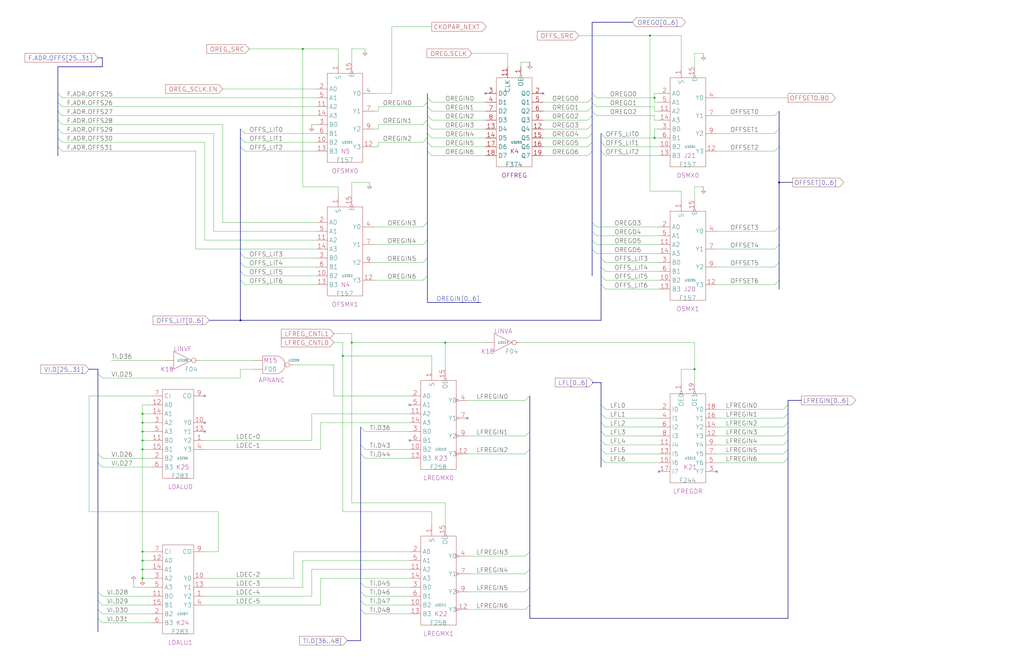
<source format=kicad_sch>
(kicad_sch (version 20250114) (generator "eeschema") (generator_version "9.0")
  (paper "User" 584.2 378.46)
  (title_block (title "FIU FIELD PARAMETERS") (date "20-MAR-90") (rev "1.0") (comment 1 "FIU") (comment 2 "232-003065") (comment 3 "S400") (comment 4 "RELEASED"))
  (lib_symbols
    (symbol "r1000:F00" (pin_numbers (hide yes)) (pin_names (hide yes))
      (property "Reference" "U" (at 15.24 0 0))
      (property "Value" "F00" (at 1.905 -5.08 0))
      (property "Location" "___" (at 1.905 0 0))
      (property "Name" "______" (at 2.54 -12.7 0))
      (symbol "F00_0_1"
        (polyline (pts (xy -2.54 2.54) (xy -2.54 -7.62)) (stroke (width 0.1524)))
        (polyline (pts (xy -2.54 2.54) (xy 5.08 2.54)) (stroke (width 0.1524)))
        (polyline (pts (xy -2.54 -7.62) (xy 5.08 -7.62)) (stroke (width 0.1524)))
        (arc (start 5.08 2.54) (mid 10.1281 -2.54) (end 5.08 -7.62) (stroke (width 0.1524)))
        (circle (center 11.43 -2.54) (radius 1.27) (stroke (width 0.1524)))
      )
      (symbol "F00_0_2"
        (arc (start -3.175 2.54) (mid -2.134 -2.54) (end -3.175 -7.62) (stroke (width 0.1524)))
        (circle (center -3.81 0) (radius 1.27) (stroke (width 0.1524)))
        (circle (center -3.81 -5.08) (radius 1.27) (stroke (width 0.1524)))
        (polyline (pts (xy -3.175 2.54) (xy 3.81 2.54)) (stroke (width 0.1524)))
        (polyline (pts (xy -3.175 -7.62) (xy 3.81 -7.62)) (stroke (width 0.1524)))
        (arc (start 3.81 2.54) (mid 7.5828 0.7472) (end 10.16 -2.54) (stroke (width 0.1524)))
        (arc (start 10.16 -2.54) (mid 7.5855 -5.8306) (end 3.81 -7.62) (stroke (width 0.1524)))
      )
      (symbol "F00_1_1"
        (pin input line (at -7.62 0 0) (length 5.08) (name "D0") (number "1"))
        (pin input line (at -7.62 -5.08 0) (length 5.08) (name "D1") (number "2"))
        (pin output line (at 15.24 -2.54 180) (length 2.54) (name "Q") (number "3"))
      )
      (symbol "F00_1_2"
        (pin input line (at -7.62 0 0) (length 2.54) (name "D0") (number "1"))
        (pin input line (at -7.62 -5.08 0) (length 2.54) (name "D1") (number "2"))
        (pin output line (at 15.24 -2.54 180) (length 5.08) (name "Q") (number "3"))
      )
    )
    (symbol "r1000:F04" (pin_numbers (hide yes)) (pin_names (hide yes))
      (property "Reference" "U" (at 0 0 0))
      (property "Value" "F04" (at 1.27 -5.08 0))
      (property "Location" "___" (at -12.7 -5.08 0))
      (property "Name" "______" (at 0 5.08 0))
      (symbol "F04_0_1"
        (polyline (pts (xy -7.62 0) (xy -5.08 0)) (stroke (width 0.1524)))
        (polyline (pts (xy -5.08 5.08) (xy -5.08 -5.08)) (stroke (width 0.1524)))
        (polyline (pts (xy 5.08 0) (xy -5.08 5.08)) (stroke (width 0.1524)))
        (polyline (pts (xy 5.08 0) (xy -5.08 -5.08)) (stroke (width 0.1524)))
        (circle (center 6.35 0) (radius 1.27) (stroke (width 0.1524)))
      )
      (symbol "F04_1_1"
        (pin input line (at -10.16 0 0) (length 2.54) (name "D0") (number "1"))
        (pin output line (at 10.16 0 180) (length 2.54) (name "Q") (number "2"))
      )
    )
    (symbol "r1000:F157" (pin_names (offset 1.016))
      (property "Reference" "U" (at 2.54 5.08 0))
      (property "Value" "F157" (at -3.81 -5.08 0))
      (property "Location" "___" (at -1.27 0 0))
      (property "Name" "______" (at 1.27 -12.7 0))
      (symbol "F157_1_1"
        (rectangle (start -8.89 44.45) (end 11.43 -6.35))
        (circle (center 5.08 45.085) (radius 0.635))
        (pin input line (at -15.24 35.56 0) (length 6.35) (name "A0") (number "2"))
        (pin input line (at -15.24 30.48 0) (length 6.35) (name "A1") (number "5"))
        (pin input line (at -15.24 25.4 0) (length 6.35) (name "A2") (number "11"))
        (pin input line (at -15.24 20.32 0) (length 6.35) (name "A3") (number "14"))
        (pin input line (at -15.24 15.24 0) (length 6.35) (name "B0") (number "3"))
        (pin input line (at -15.24 10.16 0) (length 6.35) (name "B1") (number "6"))
        (pin input line (at -15.24 5.08 0) (length 6.35) (name "B2") (number "10"))
        (pin input line (at -15.24 0 0) (length 6.35) (name "B3") (number "13"))
        (pin input line (at -2.54 50.8 270) (length 6.35) (name "S") (number "1"))
        (pin input line (at 5.08 50.8 270) (length 5.08) (name "E") (number "15"))
        (pin output line (at 17.78 33.02 180) (length 6.35) (name "Y0") (number "4"))
        (pin output line (at 17.78 22.86 180) (length 6.35) (name "Y1") (number "7"))
        (pin output line (at 17.78 12.7 180) (length 6.35) (name "Y2") (number "9"))
        (pin output line (at 17.78 2.54 180) (length 6.35) (name "Y3") (number "12"))
      )
    )
    (symbol "r1000:F244" (pin_names (offset 1.016))
      (property "Reference" "U" (at 2.54 5.08 0))
      (property "Value" "F244" (at -3.81 -7.62 0))
      (property "Location" "___" (at -1.27 0 0))
      (property "Name" "______" (at 1.27 -15.24 0))
      (symbol "F244_1_1"
        (rectangle (start -8.89 41.91) (end 11.43 -8.89))
        (circle (center -2.54 42.545) (radius 0.635))
        (circle (center 5.08 42.545) (radius 0.635))
        (pin input line (at -15.24 33.02 0) (length 6.35) (name "I0") (number "2"))
        (pin input line (at -15.24 27.94 0) (length 6.35) (name "I1") (number "4"))
        (pin input line (at -15.24 22.86 0) (length 6.35) (name "I2") (number "6"))
        (pin input line (at -15.24 17.78 0) (length 6.35) (name "I3") (number "8"))
        (pin input line (at -15.24 12.7 0) (length 6.35) (name "I4") (number "11"))
        (pin input line (at -15.24 7.62 0) (length 6.35) (name "I5") (number "13"))
        (pin input line (at -15.24 2.54 0) (length 6.35) (name "I6") (number "15"))
        (pin input line (at -15.24 -2.54 0) (length 6.35) (name "I7") (number "17"))
        (pin input line (at -2.54 48.26 270) (length 5.08) (name "OE0") (number "1"))
        (pin input line (at 5.08 48.26 270) (length 5.08) (name "OE1") (number "19"))
        (pin tri_state line (at 17.78 33.02 180) (length 6.35) (name "Y0") (number "18"))
        (pin tri_state line (at 17.78 27.94 180) (length 6.35) (name "Y1") (number "16"))
        (pin tri_state line (at 17.78 22.86 180) (length 6.35) (name "Y2") (number "14"))
        (pin tri_state line (at 17.78 17.78 180) (length 6.35) (name "Y3") (number "12"))
        (pin tri_state line (at 17.78 12.7 180) (length 6.35) (name "Y4") (number "9"))
        (pin tri_state line (at 17.78 7.62 180) (length 6.35) (name "Y5") (number "7"))
        (pin tri_state line (at 17.78 2.54 180) (length 6.35) (name "Y6") (number "5"))
        (pin tri_state line (at 17.78 -2.54 180) (length 6.35) (name "Y7") (number "3"))
      )
    )
    (symbol "r1000:F258" (pin_names (offset 1.016))
      (property "Reference" "U" (at 2.54 5.08 0))
      (property "Value" "F258" (at -3.81 -5.08 0))
      (property "Location" "___" (at -1.27 0 0))
      (property "Name" "______" (at 1.27 -12.7 0))
      (symbol "F258_1_1"
        (rectangle (start -8.89 44.45) (end 11.43 -6.35))
        (circle (center 5.08 45.085) (radius 0.635))
        (circle (center 12.065 33.02) (radius 0.635))
        (circle (center 12.065 22.86) (radius 0.635))
        (circle (center 12.065 12.7) (radius 0.635))
        (circle (center 12.065 2.54) (radius 0.635))
        (pin input line (at -15.24 35.56 0) (length 6.35) (name "A0") (number "2"))
        (pin input line (at -15.24 30.48 0) (length 6.35) (name "A1") (number "5"))
        (pin input line (at -15.24 25.4 0) (length 6.35) (name "A2") (number "11"))
        (pin input line (at -15.24 20.32 0) (length 6.35) (name "A3") (number "14"))
        (pin input line (at -15.24 15.24 0) (length 6.35) (name "B0") (number "3"))
        (pin input line (at -15.24 10.16 0) (length 6.35) (name "B1") (number "6"))
        (pin input line (at -15.24 5.08 0) (length 6.35) (name "B2") (number "10"))
        (pin input line (at -15.24 0 0) (length 6.35) (name "B3") (number "13"))
        (pin input line (at -2.54 50.8 270) (length 6.35) (name "S") (number "1"))
        (pin input line (at 5.08 50.8 270) (length 5.08) (name "OE") (number "15"))
        (pin tri_state line (at 17.78 33.02 180) (length 5.08) (name "Y0") (number "4"))
        (pin tri_state line (at 17.78 22.86 180) (length 5.08) (name "Y1") (number "7"))
        (pin tri_state line (at 17.78 12.7 180) (length 5.08) (name "Y2") (number "9"))
        (pin tri_state line (at 17.78 2.54 180) (length 5.08) (name "Y3") (number "12"))
      )
    )
    (symbol "r1000:F283" (pin_names (offset 1.016))
      (property "Reference" "U" (at 2.54 5.08 0))
      (property "Value" "F283" (at -3.81 -5.08 0))
      (property "Location" "___" (at -1.27 0 0))
      (property "Name" "______" (at 1.27 -12.7 0))
      (symbol "F283_1_1"
        (rectangle (start -8.89 44.45) (end 8.89 -6.35))
        (pin input line (at -15.24 40.64 0) (length 6.35) (name "CI") (number "7"))
        (pin input line (at -15.24 35.56 0) (length 6.35) (name "A0") (number "12"))
        (pin input line (at -15.24 30.48 0) (length 6.35) (name "A1") (number "14"))
        (pin input line (at -15.24 25.4 0) (length 6.35) (name "A2") (number "3"))
        (pin input line (at -15.24 20.32 0) (length 6.35) (name "A3") (number "5"))
        (pin input line (at -15.24 15.24 0) (length 6.35) (name "B0") (number "11"))
        (pin input line (at -15.24 10.16 0) (length 6.35) (name "B1") (number "15"))
        (pin input line (at -15.24 5.08 0) (length 6.35) (name "B2") (number "2"))
        (pin input line (at -15.24 0 0) (length 6.35) (name "B3") (number "6"))
        (pin output line (at 15.24 40.64 180) (length 6.35) (name "CO") (number "9"))
        (pin output line (at 15.24 25.4 180) (length 6.35) (name "Y0") (number "10"))
        (pin output line (at 15.24 20.32 180) (length 6.35) (name "Y1") (number "13"))
        (pin output line (at 15.24 15.24 180) (length 6.35) (name "Y2") (number "1"))
        (pin output line (at 15.24 10.16 180) (length 6.35) (name "Y3") (number "4"))
      )
    )
    (symbol "r1000:F374" (pin_names (offset 1.016))
      (property "Reference" "U" (at 2.54 5.08 0))
      (property "Value" "F374" (at -3.81 -7.62 0))
      (property "Location" "___" (at -1.27 0 0))
      (property "Name" "______" (at 1.27 -15.24 0))
      (symbol "F374_1_1"
        (rectangle (start -8.89 41.91) (end 11.43 -8.89))
        (circle (center 5.08 42.545) (radius 0.635))
        (pin input line (at -15.24 33.02 0) (length 6.35) (name "D0") (number "3"))
        (pin input line (at -15.24 27.94 0) (length 6.35) (name "D1") (number "4"))
        (pin input line (at -15.24 22.86 0) (length 6.35) (name "D2") (number "7"))
        (pin input line (at -15.24 17.78 0) (length 6.35) (name "D3") (number "8"))
        (pin input line (at -15.24 12.7 0) (length 6.35) (name "D4") (number "13"))
        (pin input line (at -15.24 7.62 0) (length 6.35) (name "D5") (number "14"))
        (pin input line (at -15.24 2.54 0) (length 6.35) (name "D6") (number "17"))
        (pin input line (at -15.24 -2.54 0) (length 6.35) (name "D7") (number "18"))
        (pin input line (at -2.54 48.26 270) (length 6.35) (name "CLK") (number "11"))
        (pin input line (at 5.08 48.26 270) (length 5.08) (name "OE") (number "1"))
        (pin tri_state line (at 17.78 33.02 180) (length 6.35) (name "Q0") (number "2"))
        (pin tri_state line (at 17.78 27.94 180) (length 6.35) (name "Q1") (number "5"))
        (pin tri_state line (at 17.78 22.86 180) (length 6.35) (name "Q2") (number "6"))
        (pin tri_state line (at 17.78 17.78 180) (length 6.35) (name "Q3") (number "9"))
        (pin tri_state line (at 17.78 12.7 180) (length 6.35) (name "Q4") (number "12"))
        (pin tri_state line (at 17.78 7.62 180) (length 6.35) (name "Q5") (number "15"))
        (pin tri_state line (at 17.78 2.54 180) (length 6.35) (name "Q6") (number "16"))
        (pin tri_state line (at 17.78 -2.54 180) (length 6.35) (name "Q7") (number "19"))
      )
    )
    (symbol "r1000:PD" (power) (pin_numbers (hide yes)) (pin_names (hide yes)) (in_bom no)
      (symbol "PD_0_1"
        (polyline (pts (xy 0 -2.54) (xy 1.27 -2.54) (xy 0 -3.81) (xy -1.27 -2.54) (xy 0 -2.54)) (stroke (width 0.1524)))
      )
      (symbol "PD_1_1"
        (pin power_in line (at 0 0 270) (length 2.54) (name "PD") (number "1"))
      )
    )
    (symbol "r1000:PU" (power) (pin_numbers (hide yes)) (pin_names (hide yes))
      (symbol "PU_0_1"
        (polyline (pts (xy 0 2.54) (xy -1.27 2.54) (xy 0 3.81) (xy 1.27 2.54) (xy 0 2.54)) (stroke (width 0.1524)))
      )
      (symbol "PU_1_1"
        (pin power_in line (at 0 0 90) (length 2.54) (name "PU") (number "1"))
      )
    )
  )
  (junction (at 200.66 195.58))
  (junction (at 81.28 251.46))
  (junction (at 81.28 256.54))
  (junction (at 81.28 314.96))
  (junction (at 81.28 320.04))
  (junction (at 195.58 203.2))
  (junction (at 81.28 236.22))
  (junction (at 373.38 55.88))
  (junction (at 172.72 27.94))
  (junction (at 137.16 182.88))
  (junction (at 396.24 210.82))
  (junction (at 373.38 78.74))
  (junction (at 81.28 241.3))
  (junction (at 370.84 20.32))
  (junction (at 81.28 246.38))
  (junction (at 444.5 104.14))
  (junction (at 254 195.58))
  (junction (at 81.28 330.2))
  (junction (at 81.28 325.12))
  (no_connect (at 116.84 246.38))
  (no_connect (at 233.68 251.46))
  (no_connect (at 266.7 238.76))
  (no_connect (at 375.92 269.24))
  (no_connect (at 233.68 231.14))
  (no_connect (at 276.86 53.34))
  (no_connect (at 116.84 226.06))
  (no_connect (at 116.84 241.3))
  (no_connect (at 309.88 53.34))
  (no_connect (at 408.94 269.24))
  (bus_entry (at 342.9 246.38) (size 2.54 2.54))
  (bus_entry (at 302.26 325.12) (size -2.54 2.54))
  (bus_entry (at 342.9 157.48) (size 2.54 2.54))
  (bus_entry (at 243.84 86.36) (size 2.54 2.54))
  (bus_entry (at 243.84 58.42) (size -2.54 2.54))
  (bus_entry (at 55.88 264.16) (size 2.54 2.54))
  (bus_entry (at 243.84 55.88) (size 2.54 2.54))
  (bus_entry (at 243.84 157.48) (size -2.54 2.54))
  (bus_entry (at 33.02 83.82) (size 2.54 2.54))
  (bus_entry (at 243.84 78.74) (size -2.54 2.54))
  (bus_entry (at 342.9 251.46) (size 2.54 2.54))
  (bus_entry (at 449.58 246.38) (size -2.54 2.54))
  (bus_entry (at 205.74 347.98) (size 2.54 2.54))
  (bus_entry (at 205.74 243.84) (size 2.54 2.54))
  (bus_entry (at 337.82 142.24) (size 2.54 2.54))
  (bus_entry (at 137.16 144.78) (size 2.54 2.54))
  (bus_entry (at 243.84 68.58) (size -2.54 2.54))
  (bus_entry (at 337.82 63.5) (size 2.54 2.54))
  (bus_entry (at 243.84 60.96) (size 2.54 2.54))
  (bus_entry (at 205.74 254) (size 2.54 2.54))
  (bus_entry (at 302.26 345.44) (size -2.54 2.54))
  (bus_entry (at 337.82 53.34) (size 2.54 2.54))
  (bus_entry (at 137.16 149.86) (size 2.54 2.54))
  (bus_entry (at 337.82 76.2) (size -2.54 2.54))
  (bus_entry (at 55.88 342.9) (size 2.54 2.54))
  (bus_entry (at 342.9 236.22) (size 2.54 2.54))
  (bus_entry (at 205.74 332.74) (size 2.54 2.54))
  (bus_entry (at 55.88 347.98) (size 2.54 2.54))
  (bus_entry (at 205.74 259.08) (size 2.54 2.54))
  (bus_entry (at 205.74 337.82) (size 2.54 2.54))
  (bus_entry (at 342.9 261.62) (size 2.54 2.54))
  (bus_entry (at 342.9 231.14) (size 2.54 2.54))
  (bus_entry (at 137.16 73.66) (size 2.54 2.54))
  (bus_entry (at 33.02 53.34) (size 2.54 2.54))
  (bus_entry (at 444.5 73.66) (size -2.54 2.54))
  (bus_entry (at 55.88 213.36) (size 2.54 2.54))
  (bus_entry (at 337.82 127) (size 2.54 2.54))
  (bus_entry (at 33.02 73.66) (size 2.54 2.54))
  (bus_entry (at 444.5 83.82) (size -2.54 2.54))
  (bus_entry (at 205.74 342.9) (size 2.54 2.54))
  (bus_entry (at 243.84 81.28) (size 2.54 2.54))
  (bus_entry (at 449.58 241.3) (size -2.54 2.54))
  (bus_entry (at 33.02 78.74) (size 2.54 2.54))
  (bus_entry (at 337.82 81.28) (size -2.54 2.54))
  (bus_entry (at 337.82 71.12) (size -2.54 2.54))
  (bus_entry (at 342.9 152.4) (size 2.54 2.54))
  (bus_entry (at 449.58 251.46) (size -2.54 2.54))
  (bus_entry (at 337.82 66.04) (size -2.54 2.54))
  (bus_entry (at 302.26 256.54) (size -2.54 2.54))
  (bus_entry (at 342.9 162.56) (size 2.54 2.54))
  (bus_entry (at 243.84 137.16) (size -2.54 2.54))
  (bus_entry (at 302.26 226.06) (size -2.54 2.54))
  (bus_entry (at 243.84 147.32) (size -2.54 2.54))
  (bus_entry (at 449.58 231.14) (size -2.54 2.54))
  (bus_entry (at 337.82 137.16) (size 2.54 2.54))
  (bus_entry (at 137.16 160.02) (size 2.54 2.54))
  (bus_entry (at 444.5 160.02) (size -2.54 2.54))
  (bus_entry (at 243.84 66.04) (size 2.54 2.54))
  (bus_entry (at 243.84 76.2) (size 2.54 2.54))
  (bus_entry (at 337.82 55.88) (size -2.54 2.54))
  (bus_entry (at 449.58 261.62) (size -2.54 2.54))
  (bus_entry (at 302.26 246.38) (size -2.54 2.54))
  (bus_entry (at 342.9 147.32) (size 2.54 2.54))
  (bus_entry (at 33.02 58.42) (size 2.54 2.54))
  (bus_entry (at 342.9 81.28) (size 2.54 2.54))
  (bus_entry (at 302.26 335.28) (size -2.54 2.54))
  (bus_entry (at 137.16 78.74) (size 2.54 2.54))
  (bus_entry (at 137.16 154.94) (size 2.54 2.54))
  (bus_entry (at 342.9 241.3) (size 2.54 2.54))
  (bus_entry (at 137.16 83.82) (size 2.54 2.54))
  (bus_entry (at 55.88 259.08) (size 2.54 2.54))
  (bus_entry (at 449.58 236.22) (size -2.54 2.54))
  (bus_entry (at 342.9 76.2) (size 2.54 2.54))
  (bus_entry (at 337.82 86.36) (size -2.54 2.54))
  (bus_entry (at 33.02 63.5) (size 2.54 2.54))
  (bus_entry (at 342.9 86.36) (size 2.54 2.54))
  (bus_entry (at 337.82 58.42) (size 2.54 2.54))
  (bus_entry (at 449.58 256.54) (size -2.54 2.54))
  (bus_entry (at 342.9 256.54) (size 2.54 2.54))
  (bus_entry (at 444.5 129.54) (size -2.54 2.54))
  (bus_entry (at 243.84 71.12) (size 2.54 2.54))
  (bus_entry (at 33.02 68.58) (size 2.54 2.54))
  (bus_entry (at 55.88 353.06) (size 2.54 2.54))
  (bus_entry (at 444.5 63.5) (size -2.54 2.54))
  (bus_entry (at 444.5 149.86) (size -2.54 2.54))
  (bus_entry (at 55.88 337.82) (size 2.54 2.54))
  (bus_entry (at 337.82 132.08) (size 2.54 2.54))
  (bus_entry (at 337.82 60.96) (size -2.54 2.54))
  (bus_entry (at 302.26 314.96) (size -2.54 2.54))
  (bus_entry (at 243.84 127) (size -2.54 2.54))
  (bus_entry (at 444.5 139.7) (size -2.54 2.54))
  (bus (pts (xy 337.82 142.24) (xy 337.82 157.48)))
  (bus (pts (xy 342.9 157.48) (xy 342.9 162.56)))
  (bus (pts (xy 342.9 236.22) (xy 342.9 241.3)))
  (bus (pts (xy 302.26 345.44) (xy 302.26 353.06)))
  (wire (pts (xy 81.28 325.12) (xy 81.28 330.2)))
  (wire (pts (xy 266.7 248.92) (xy 299.72 248.92)))
  (wire (pts (xy 345.44 238.76) (xy 375.92 238.76)))
  (bus (pts (xy 444.5 129.54) (xy 444.5 139.7)))
  (wire (pts (xy 213.36 149.86) (xy 241.3 149.86)))
  (wire (pts (xy 340.36 55.88) (xy 373.38 55.88)))
  (wire (pts (xy 309.88 88.9) (xy 335.28 88.9)))
  (wire (pts (xy 373.38 68.58) (xy 373.38 66.04)))
  (wire (pts (xy 246.38 203.2) (xy 195.58 203.2)))
  (wire (pts (xy 309.88 73.66) (xy 335.28 73.66)))
  (bus (pts (xy 342.9 182.88) (xy 137.16 182.88)))
  (wire (pts (xy 81.28 320.04) (xy 81.28 325.12)))
  (wire (pts (xy 200.66 35.56) (xy 200.66 27.94)))
  (bus (pts (xy 342.9 86.36) (xy 342.9 147.32)))
  (bus (pts (xy 243.84 172.72) (xy 274.32 172.72)))
  (bus (pts (xy 302.26 353.06) (xy 449.58 353.06)))
  (wire (pts (xy 86.36 231.14) (xy 81.28 231.14)))
  (wire (pts (xy 223.52 15.24) (xy 246.38 15.24)))
  (wire (pts (xy 375.92 73.66) (xy 373.38 73.66)))
  (bus (pts (xy 243.84 66.04) (xy 243.84 68.58)))
  (bus (pts (xy 243.84 55.88) (xy 243.84 58.42)))
  (bus (pts (xy 342.9 147.32) (xy 342.9 152.4)))
  (wire (pts (xy 396.24 114.3) (xy 396.24 106.68)))
  (wire (pts (xy 246.38 73.66) (xy 276.86 73.66)))
  (wire (pts (xy 63.5 205.74) (xy 93.98 205.74)))
  (wire (pts (xy 193.04 35.56) (xy 193.04 27.94)))
  (wire (pts (xy 139.7 147.32) (xy 180.34 147.32)))
  (bus (pts (xy 449.58 228.6) (xy 457.2 228.6)))
  (bus (pts (xy 243.84 76.2) (xy 243.84 78.74)))
  (wire (pts (xy 266.7 327.66) (xy 299.72 327.66)))
  (wire (pts (xy 289.56 30.48) (xy 269.24 30.48)))
  (wire (pts (xy 345.44 165.1) (xy 375.92 165.1)))
  (wire (pts (xy 345.44 160.02) (xy 375.92 160.02)))
  (wire (pts (xy 81.28 251.46) (xy 86.36 251.46)))
  (bus (pts (xy 337.82 76.2) (xy 337.82 81.28)))
  (wire (pts (xy 246.38 210.82) (xy 246.38 203.2)))
  (wire (pts (xy 408.94 238.76) (xy 447.04 238.76)))
  (wire (pts (xy 345.44 78.74) (xy 373.38 78.74)))
  (bus (pts (xy 137.16 73.66) (xy 137.16 78.74)))
  (bus (pts (xy 55.88 342.9) (xy 55.88 347.98)))
  (bus (pts (xy 444.5 139.7) (xy 444.5 149.86)))
  (wire (pts (xy 388.62 38.1) (xy 388.62 20.32)))
  (bus (pts (xy 33.02 38.1) (xy 33.02 53.34)))
  (bus (pts (xy 55.88 353.06) (xy 55.88 360.68)))
  (bus (pts (xy 302.26 246.38) (xy 302.26 256.54)))
  (bus (pts (xy 243.84 81.28) (xy 243.84 86.36)))
  (wire (pts (xy 345.44 88.9) (xy 375.92 88.9)))
  (wire (pts (xy 81.28 251.46) (xy 81.28 256.54)))
  (wire (pts (xy 114.3 205.74) (xy 144.78 205.74)))
  (wire (pts (xy 388.62 218.44) (xy 388.62 210.82)))
  (wire (pts (xy 139.7 152.4) (xy 180.34 152.4)))
  (wire (pts (xy 246.38 68.58) (xy 276.86 68.58)))
  (wire (pts (xy 116.84 256.54) (xy 182.88 256.54)))
  (wire (pts (xy 408.94 142.24) (xy 441.96 142.24)))
  (wire (pts (xy 200.66 195.58) (xy 200.66 190.5)))
  (wire (pts (xy 193.04 106.68) (xy 172.72 106.68)))
  (bus (pts (xy 205.74 243.84) (xy 205.74 254)))
  (bus (pts (xy 302.26 325.12) (xy 302.26 335.28)))
  (bus (pts (xy 205.74 337.82) (xy 205.74 342.9)))
  (wire (pts (xy 246.38 78.74) (xy 276.86 78.74)))
  (wire (pts (xy 373.38 78.74) (xy 375.92 78.74)))
  (wire (pts (xy 180.34 132.08) (xy 121.92 132.08)))
  (wire (pts (xy 58.42 266.7) (xy 86.36 266.7)))
  (wire (pts (xy 177.8 325.12) (xy 233.68 325.12)))
  (wire (pts (xy 408.94 66.04) (xy 441.96 66.04)))
  (bus (pts (xy 243.84 137.16) (xy 243.84 147.32)))
  (wire (pts (xy 297.18 195.58) (xy 396.24 195.58)))
  (bus (pts (xy 243.84 86.36) (xy 243.84 127)))
  (wire (pts (xy 111.76 86.36) (xy 35.56 86.36)))
  (bus (pts (xy 337.82 58.42) (xy 337.82 60.96)))
  (bus (pts (xy 337.82 53.34) (xy 337.82 55.88)))
  (bus (pts (xy 342.9 251.46) (xy 342.9 256.54)))
  (bus (pts (xy 243.84 58.42) (xy 243.84 60.96)))
  (bus (pts (xy 55.88 337.82) (xy 55.88 342.9)))
  (bus (pts (xy 243.84 147.32) (xy 243.84 157.48)))
  (wire (pts (xy 200.66 104.14) (xy 210.82 104.14)))
  (wire (pts (xy 193.04 111.76) (xy 193.04 106.68)))
  (wire (pts (xy 177.8 251.46) (xy 177.8 236.22)))
  (wire (pts (xy 408.94 254) (xy 447.04 254)))
  (wire (pts (xy 116.84 251.46) (xy 177.8 251.46)))
  (wire (pts (xy 408.94 86.36) (xy 441.96 86.36)))
  (wire (pts (xy 396.24 106.68) (xy 401.32 106.68)))
  (bus (pts (xy 137.16 78.74) (xy 137.16 83.82)))
  (bus (pts (xy 342.9 231.14) (xy 342.9 236.22)))
  (wire (pts (xy 388.62 109.22) (xy 370.84 109.22)))
  (wire (pts (xy 408.94 233.68) (xy 447.04 233.68)))
  (bus (pts (xy 205.74 254) (xy 205.74 259.08)))
  (wire (pts (xy 190.5 208.28) (xy 167.64 208.28)))
  (wire (pts (xy 396.24 38.1) (xy 396.24 30.48)))
  (wire (pts (xy 345.44 154.94) (xy 375.92 154.94)))
  (wire (pts (xy 182.88 256.54) (xy 182.88 241.3)))
  (wire (pts (xy 266.7 347.98) (xy 299.72 347.98)))
  (wire (pts (xy 408.94 259.08) (xy 447.04 259.08)))
  (wire (pts (xy 375.92 53.34) (xy 373.38 53.34)))
  (wire (pts (xy 111.76 142.24) (xy 111.76 86.36)))
  (bus (pts (xy 50.8 210.82) (xy 55.88 210.82)))
  (wire (pts (xy 246.38 58.42) (xy 276.86 58.42)))
  (wire (pts (xy 182.88 345.44) (xy 182.88 330.2)))
  (wire (pts (xy 375.92 63.5) (xy 373.38 63.5)))
  (wire (pts (xy 246.38 83.82) (xy 276.86 83.82)))
  (bus (pts (xy 342.9 241.3) (xy 342.9 246.38)))
  (bus (pts (xy 302.26 256.54) (xy 302.26 314.96)))
  (bus (pts (xy 449.58 236.22) (xy 449.58 241.3)))
  (bus (pts (xy 55.88 33.02) (xy 58.42 33.02)))
  (wire (pts (xy 81.28 236.22) (xy 81.28 241.3)))
  (bus (pts (xy 444.5 160.02) (xy 444.5 165.1)))
  (wire (pts (xy 254 195.58) (xy 254 210.82)))
  (wire (pts (xy 193.04 27.94) (xy 172.72 27.94)))
  (wire (pts (xy 215.9 71.12) (xy 241.3 71.12)))
  (wire (pts (xy 373.38 53.34) (xy 373.38 55.88)))
  (bus (pts (xy 198.12 365.76) (xy 205.74 365.76)))
  (wire (pts (xy 254 195.58) (xy 200.66 195.58)))
  (wire (pts (xy 370.84 20.32) (xy 330.2 20.32)))
  (bus (pts (xy 33.02 53.34) (xy 33.02 58.42)))
  (wire (pts (xy 246.38 63.5) (xy 276.86 63.5)))
  (wire (pts (xy 266.7 337.82) (xy 299.72 337.82)))
  (wire (pts (xy 58.42 350.52) (xy 86.36 350.52)))
  (wire (pts (xy 208.28 256.54) (xy 233.68 256.54)))
  (bus (pts (xy 55.88 210.82) (xy 55.88 213.36)))
  (bus (pts (xy 33.02 63.5) (xy 33.02 68.58)))
  (wire (pts (xy 215.9 83.82) (xy 215.9 81.28)))
  (wire (pts (xy 246.38 299.72) (xy 246.38 292.1)))
  (bus (pts (xy 449.58 228.6) (xy 449.58 231.14)))
  (wire (pts (xy 86.36 335.28) (xy 76.2 335.28)))
  (wire (pts (xy 180.34 142.24) (xy 111.76 142.24)))
  (wire (pts (xy 35.56 66.04) (xy 180.34 66.04)))
  (wire (pts (xy 345.44 243.84) (xy 375.92 243.84)))
  (bus (pts (xy 55.88 213.36) (xy 55.88 259.08)))
  (bus (pts (xy 205.74 347.98) (xy 205.74 365.76)))
  (wire (pts (xy 35.56 55.88) (xy 180.34 55.88)))
  (wire (pts (xy 309.88 63.5) (xy 335.28 63.5)))
  (bus (pts (xy 58.42 33.02) (xy 58.42 38.1)))
  (wire (pts (xy 124.46 292.1) (xy 124.46 314.96)))
  (wire (pts (xy 345.44 254) (xy 375.92 254)))
  (bus (pts (xy 337.82 132.08) (xy 337.82 137.16)))
  (bus (pts (xy 342.9 218.44) (xy 342.9 231.14)))
  (wire (pts (xy 177.8 236.22) (xy 233.68 236.22)))
  (bus (pts (xy 449.58 256.54) (xy 449.58 261.62)))
  (wire (pts (xy 116.84 340.36) (xy 177.8 340.36)))
  (wire (pts (xy 127 50.8) (xy 180.34 50.8)))
  (bus (pts (xy 55.88 264.16) (xy 55.88 337.82)))
  (wire (pts (xy 200.66 195.58) (xy 200.66 287.02)))
  (wire (pts (xy 233.68 226.06) (xy 190.5 226.06)))
  (bus (pts (xy 337.82 12.7) (xy 337.82 53.34)))
  (wire (pts (xy 139.7 162.56) (xy 180.34 162.56)))
  (wire (pts (xy 172.72 27.94) (xy 142.24 27.94)))
  (bus (pts (xy 302.26 335.28) (xy 302.26 345.44)))
  (bus (pts (xy 243.84 127) (xy 243.84 137.16)))
  (wire (pts (xy 81.28 314.96) (xy 86.36 314.96)))
  (bus (pts (xy 337.82 66.04) (xy 337.82 71.12)))
  (wire (pts (xy 200.66 27.94) (xy 208.28 27.94)))
  (wire (pts (xy 200.66 190.5) (xy 190.5 190.5)))
  (wire (pts (xy 388.62 20.32) (xy 370.84 20.32)))
  (wire (pts (xy 408.94 152.4) (xy 441.96 152.4)))
  (wire (pts (xy 121.92 76.2) (xy 35.56 76.2)))
  (wire (pts (xy 208.28 345.44) (xy 233.68 345.44)))
  (wire (pts (xy 215.9 81.28) (xy 241.3 81.28)))
  (bus (pts (xy 342.9 246.38) (xy 342.9 251.46)))
  (wire (pts (xy 167.64 330.2) (xy 167.64 314.96)))
  (wire (pts (xy 309.88 58.42) (xy 335.28 58.42)))
  (bus (pts (xy 342.9 76.2) (xy 342.9 81.28)))
  (wire (pts (xy 81.28 241.3) (xy 81.28 246.38)))
  (wire (pts (xy 58.42 261.62) (xy 86.36 261.62)))
  (bus (pts (xy 449.58 246.38) (xy 449.58 251.46)))
  (bus (pts (xy 449.58 251.46) (xy 449.58 256.54)))
  (wire (pts (xy 213.36 139.7) (xy 241.3 139.7)))
  (bus (pts (xy 449.58 261.62) (xy 449.58 353.06)))
  (wire (pts (xy 195.58 292.1) (xy 195.58 203.2)))
  (wire (pts (xy 340.36 144.78) (xy 375.92 144.78)))
  (wire (pts (xy 340.36 60.96) (xy 373.38 60.96)))
  (bus (pts (xy 205.74 259.08) (xy 205.74 332.74)))
  (wire (pts (xy 127 127) (xy 127 71.12)))
  (bus (pts (xy 137.16 154.94) (xy 137.16 160.02)))
  (bus (pts (xy 337.82 81.28) (xy 337.82 86.36)))
  (bus (pts (xy 137.16 83.82) (xy 137.16 144.78)))
  (wire (pts (xy 124.46 314.96) (xy 116.84 314.96)))
  (wire (pts (xy 182.88 330.2) (xy 233.68 330.2)))
  (wire (pts (xy 302.26 35.56) (xy 297.18 35.56)))
  (wire (pts (xy 81.28 256.54) (xy 86.36 256.54)))
  (bus (pts (xy 444.5 149.86) (xy 444.5 160.02)))
  (bus (pts (xy 444.5 63.5) (xy 444.5 73.66)))
  (wire (pts (xy 121.92 132.08) (xy 121.92 76.2)))
  (wire (pts (xy 297.18 35.56) (xy 297.18 38.1)))
  (wire (pts (xy 208.28 261.62) (xy 233.68 261.62)))
  (wire (pts (xy 58.42 340.36) (xy 86.36 340.36)))
  (wire (pts (xy 139.7 81.28) (xy 180.34 81.28)))
  (bus (pts (xy 33.02 58.42) (xy 33.02 63.5)))
  (wire (pts (xy 208.28 246.38) (xy 233.68 246.38)))
  (wire (pts (xy 208.28 340.36) (xy 233.68 340.36)))
  (wire (pts (xy 208.28 350.52) (xy 233.68 350.52)))
  (wire (pts (xy 137.16 210.82) (xy 137.16 215.9)))
  (bus (pts (xy 342.9 162.56) (xy 342.9 182.88)))
  (bus (pts (xy 337.82 60.96) (xy 337.82 63.5)))
  (wire (pts (xy 375.92 68.58) (xy 373.38 68.58)))
  (wire (pts (xy 213.36 83.82) (xy 215.9 83.82)))
  (wire (pts (xy 213.36 73.66) (xy 215.9 73.66)))
  (wire (pts (xy 195.58 203.2) (xy 195.58 195.58)))
  (wire (pts (xy 246.38 88.9) (xy 276.86 88.9)))
  (bus (pts (xy 205.74 332.74) (xy 205.74 337.82)))
  (bus (pts (xy 137.16 144.78) (xy 137.16 149.86)))
  (wire (pts (xy 408.94 248.92) (xy 447.04 248.92)))
  (bus (pts (xy 302.26 226.06) (xy 302.26 246.38)))
  (bus (pts (xy 33.02 73.66) (xy 33.02 78.74)))
  (bus (pts (xy 55.88 259.08) (xy 55.88 264.16)))
  (bus (pts (xy 337.82 55.88) (xy 337.82 58.42)))
  (wire (pts (xy 408.94 76.2) (xy 441.96 76.2)))
  (wire (pts (xy 408.94 162.56) (xy 441.96 162.56)))
  (wire (pts (xy 396.24 30.48) (xy 401.32 30.48)))
  (wire (pts (xy 177.8 71.12) (xy 180.34 71.12)))
  (bus (pts (xy 302.26 314.96) (xy 302.26 325.12)))
  (wire (pts (xy 345.44 149.86) (xy 375.92 149.86)))
  (wire (pts (xy 127 71.12) (xy 35.56 71.12)))
  (wire (pts (xy 246.38 292.1) (xy 195.58 292.1)))
  (bus (pts (xy 337.82 127) (xy 337.82 132.08)))
  (wire (pts (xy 266.7 228.6) (xy 299.72 228.6)))
  (bus (pts (xy 243.84 78.74) (xy 243.84 81.28)))
  (wire (pts (xy 309.88 83.82) (xy 335.28 83.82)))
  (wire (pts (xy 172.72 106.68) (xy 172.72 27.94)))
  (wire (pts (xy 116.84 345.44) (xy 182.88 345.44)))
  (bus (pts (xy 444.5 104.14) (xy 444.5 129.54)))
  (wire (pts (xy 408.94 264.16) (xy 447.04 264.16)))
  (bus (pts (xy 243.84 68.58) (xy 243.84 71.12)))
  (bus (pts (xy 449.58 231.14) (xy 449.58 236.22)))
  (bus (pts (xy 444.5 73.66) (xy 444.5 83.82)))
  (wire (pts (xy 345.44 83.82) (xy 375.92 83.82)))
  (wire (pts (xy 213.36 160.02) (xy 241.3 160.02)))
  (wire (pts (xy 81.28 231.14) (xy 81.28 236.22)))
  (wire (pts (xy 373.38 73.66) (xy 373.38 78.74)))
  (bus (pts (xy 243.84 60.96) (xy 243.84 66.04)))
  (wire (pts (xy 139.7 86.36) (xy 180.34 86.36)))
  (wire (pts (xy 139.7 157.48) (xy 180.34 157.48)))
  (wire (pts (xy 213.36 63.5) (xy 215.9 63.5)))
  (bus (pts (xy 33.02 68.58) (xy 33.02 73.66)))
  (wire (pts (xy 172.72 335.28) (xy 172.72 320.04)))
  (wire (pts (xy 50.8 226.06) (xy 50.8 292.1)))
  (wire (pts (xy 139.7 76.2) (xy 180.34 76.2)))
  (wire (pts (xy 375.92 58.42) (xy 373.38 58.42)))
  (wire (pts (xy 370.84 20.32) (xy 370.84 109.22)))
  (wire (pts (xy 81.28 246.38) (xy 86.36 246.38)))
  (wire (pts (xy 58.42 345.44) (xy 86.36 345.44)))
  (wire (pts (xy 81.28 320.04) (xy 86.36 320.04)))
  (bus (pts (xy 449.58 241.3) (xy 449.58 246.38)))
  (bus (pts (xy 444.5 104.14) (xy 452.12 104.14)))
  (wire (pts (xy 81.28 241.3) (xy 86.36 241.3)))
  (bus (pts (xy 137.16 149.86) (xy 137.16 154.94)))
  (wire (pts (xy 266.7 317.5) (xy 299.72 317.5)))
  (wire (pts (xy 116.84 81.28) (xy 35.56 81.28)))
  (wire (pts (xy 213.36 129.54) (xy 241.3 129.54)))
  (wire (pts (xy 76.2 335.28) (xy 76.2 332.74)))
  (wire (pts (xy 215.9 60.96) (xy 241.3 60.96)))
  (wire (pts (xy 35.56 60.96) (xy 180.34 60.96)))
  (wire (pts (xy 50.8 292.1) (xy 124.46 292.1)))
  (bus (pts (xy 137.16 182.88) (xy 119.38 182.88)))
  (wire (pts (xy 81.28 256.54) (xy 81.28 314.96)))
  (wire (pts (xy 195.58 195.58) (xy 190.5 195.58)))
  (wire (pts (xy 388.62 114.3) (xy 388.62 109.22)))
  (wire (pts (xy 177.8 340.36) (xy 177.8 325.12)))
  (bus (pts (xy 205.74 342.9) (xy 205.74 347.98)))
  (bus (pts (xy 342.9 256.54) (xy 342.9 261.62)))
  (bus (pts (xy 342.9 261.62) (xy 342.9 266.7)))
  (wire (pts (xy 182.88 241.3) (xy 233.68 241.3)))
  (wire (pts (xy 208.28 335.28) (xy 233.68 335.28)))
  (wire (pts (xy 116.84 330.2) (xy 167.64 330.2)))
  (wire (pts (xy 81.28 236.22) (xy 86.36 236.22)))
  (wire (pts (xy 58.42 355.6) (xy 86.36 355.6)))
  (wire (pts (xy 190.5 226.06) (xy 190.5 208.28)))
  (wire (pts (xy 81.28 330.2) (xy 86.36 330.2)))
  (wire (pts (xy 254 287.02) (xy 200.66 287.02)))
  (wire (pts (xy 340.36 66.04) (xy 373.38 66.04)))
  (wire (pts (xy 345.44 233.68) (xy 375.92 233.68)))
  (wire (pts (xy 340.36 139.7) (xy 375.92 139.7)))
  (bus (pts (xy 337.82 218.44) (xy 342.9 218.44)))
  (wire (pts (xy 396.24 210.82) (xy 396.24 195.58)))
  (wire (pts (xy 408.94 55.88) (xy 449.58 55.88)))
  (wire (pts (xy 388.62 210.82) (xy 396.24 210.82)))
  (bus (pts (xy 243.84 53.34) (xy 243.84 55.88)))
  (bus (pts (xy 337.82 63.5) (xy 337.82 66.04)))
  (wire (pts (xy 116.84 335.28) (xy 172.72 335.28)))
  (wire (pts (xy 345.44 259.08) (xy 375.92 259.08)))
  (wire (pts (xy 373.38 63.5) (xy 373.38 60.96)))
  (wire (pts (xy 309.88 78.74) (xy 335.28 78.74)))
  (wire (pts (xy 408.94 132.08) (xy 441.96 132.08)))
  (bus (pts (xy 342.9 81.28) (xy 342.9 86.36)))
  (wire (pts (xy 309.88 68.58) (xy 335.28 68.58)))
  (bus (pts (xy 55.88 347.98) (xy 55.88 353.06)))
  (wire (pts (xy 345.44 248.92) (xy 375.92 248.92)))
  (bus (pts (xy 33.02 78.74) (xy 33.02 83.82)))
  (wire (pts (xy 200.66 111.76) (xy 200.66 104.14)))
  (wire (pts (xy 81.28 325.12) (xy 86.36 325.12)))
  (bus (pts (xy 33.02 83.82) (xy 33.02 88.9)))
  (wire (pts (xy 254 299.72) (xy 254 287.02)))
  (wire (pts (xy 340.36 129.54) (xy 375.92 129.54)))
  (wire (pts (xy 180.34 137.16) (xy 116.84 137.16)))
  (bus (pts (xy 337.82 137.16) (xy 337.82 142.24)))
  (wire (pts (xy 81.28 246.38) (xy 81.28 251.46)))
  (bus (pts (xy 137.16 160.02) (xy 137.16 182.88)))
  (wire (pts (xy 215.9 63.5) (xy 215.9 60.96)))
  (wire (pts (xy 144.78 210.82) (xy 137.16 210.82)))
  (bus (pts (xy 444.5 83.82) (xy 444.5 104.14)))
  (wire (pts (xy 345.44 264.16) (xy 375.92 264.16)))
  (wire (pts (xy 58.42 215.9) (xy 137.16 215.9)))
  (wire (pts (xy 276.86 195.58) (xy 254 195.58)))
  (wire (pts (xy 266.7 259.08) (xy 299.72 259.08)))
  (wire (pts (xy 86.36 226.06) (xy 50.8 226.06)))
  (wire (pts (xy 116.84 137.16) (xy 116.84 81.28)))
  (bus (pts (xy 243.84 71.12) (xy 243.84 76.2)))
  (wire (pts (xy 340.36 134.62) (xy 375.92 134.62)))
  (wire (pts (xy 167.64 314.96) (xy 233.68 314.96)))
  (bus (pts (xy 342.9 152.4) (xy 342.9 157.48)))
  (bus (pts (xy 337.82 71.12) (xy 337.82 76.2)))
  (wire (pts (xy 289.56 38.1) (xy 289.56 30.48)))
  (bus (pts (xy 337.82 12.7) (xy 360.68 12.7)))
  (bus (pts (xy 58.42 38.1) (xy 33.02 38.1)))
  (wire (pts (xy 373.38 58.42) (xy 373.38 55.88)))
  (wire (pts (xy 81.28 314.96) (xy 81.28 320.04)))
  (bus (pts (xy 337.82 86.36) (xy 337.82 127)))
  (wire (pts (xy 180.34 127) (xy 127 127)))
  (bus (pts (xy 243.84 157.48) (xy 243.84 172.72)))
  (wire (pts (xy 215.9 73.66) (xy 215.9 71.12)))
  (wire (pts (xy 223.52 53.34) (xy 223.52 15.24)))
  (wire (pts (xy 396.24 218.44) (xy 396.24 210.82)))
  (wire (pts (xy 213.36 53.34) (xy 223.52 53.34)))
  (wire (pts (xy 172.72 320.04) (xy 233.68 320.04)))
  (wire (pts (xy 408.94 243.84) (xy 447.04 243.84)))
  (label "LFL2" (at 347.98 243.84 0) (effects (font (size 2.54 2.54))))
  (label "F.ADR.OFFS30" (at 38.1 81.28 0) (effects (font (size 2.54 2.54))))
  (label "OREGIN6" (at 254 88.9 0) (effects (font (size 2.54 2.54))))
  (label "F.ADR.OFFS28" (at 38.1 71.12 0) (effects (font (size 2.54 2.54))))
  (label "OFFS_LIT6" (at 350.52 165.1 0) (effects (font (size 2.54 2.54))))
  (label "OREGIN6" (at 220.98 160.02 0) (effects (font (size 2.54 2.54))))
  (label "OREGIN5" (at 220.98 149.86 0) (effects (font (size 2.54 2.54))))
  (label "OREGO1" (at 314.96 63.5 0) (effects (font (size 2.54 2.54))))
  (label "LFREGIN5" (at 414.02 259.08 0) (effects (font (size 2.54 2.54))))
  (label "LFL3" (at 347.98 248.92 0) (effects (font (size 2.54 2.54))))
  (label "VI.D28" (at 60.96 340.36 0) (effects (font (size 2.54 2.54))))
  (label "LFREGIN1" (at 271.78 248.92 0) (effects (font (size 2.54 2.54))))
  (label "LFL4" (at 347.98 254 0) (effects (font (size 2.54 2.54))))
  (label "OFFSET4" (at 416.56 142.24 0) (effects (font (size 2.54 2.54))))
  (label "F.ADR.OFFS27" (at 38.1 66.04 0) (effects (font (size 2.54 2.54))))
  (label "OFFS_LIT4" (at 142.24 152.4 0) (effects (font (size 2.54 2.54))))
  (label "VI.D30" (at 60.96 350.52 0) (effects (font (size 2.54 2.54))))
  (label "TI.D44" (at 210.82 261.62 0) (effects (font (size 2.54 2.54))))
  (label "OFFS_LIT2" (at 142.24 86.36 0) (effects (font (size 2.54 2.54))))
  (label "OFFSET2" (at 416.56 86.36 0) (effects (font (size 2.54 2.54))))
  (label "TI.D36" (at 63.5 205.74 0) (effects (font (size 2.54 2.54))))
  (label "LFL0" (at 347.98 233.68 0) (effects (font (size 2.54 2.54))))
  (label "OREGO1" (at 347.98 60.96 0) (effects (font (size 2.54 2.54))))
  (label "OREGO6" (at 314.96 88.9 0) (effects (font (size 2.54 2.54))))
  (label "LFL6" (at 347.98 264.16 0) (effects (font (size 2.54 2.54))))
  (label "LDEC~1" (at 134.62 256.54 0) (effects (font (size 2.54 2.54))))
  (label "OFFS_LIT1" (at 142.24 81.28 0) (effects (font (size 2.54 2.54))))
  (label "OFFS_LIT0" (at 142.24 76.2 0) (effects (font (size 2.54 2.54))))
  (label "OREGO3" (at 350.52 129.54 0) (effects (font (size 2.54 2.54))))
  (label "LFREGIN4" (at 414.02 254 0) (effects (font (size 2.54 2.54))))
  (label "LFREGIN5" (at 271.78 337.82 0) (effects (font (size 2.54 2.54))))
  (label "VI.D31" (at 60.96 355.6 0) (effects (font (size 2.54 2.54))))
  (label "OREGIN4" (at 254 78.74 0) (effects (font (size 2.54 2.54))))
  (label "OREGIN3" (at 220.98 129.54 0) (effects (font (size 2.54 2.54))))
  (label "TI.D45" (at 210.82 335.28 0) (effects (font (size 2.54 2.54))))
  (label "LFREGIN6" (at 414.02 264.16 0) (effects (font (size 2.54 2.54))))
  (label "LFREGIN2" (at 271.78 259.08 0) (effects (font (size 2.54 2.54))))
  (label "VI.D25" (at 63.5 215.9 0) (effects (font (size 2.54 2.54))))
  (label "OREGIN0" (at 254 58.42 0) (effects (font (size 2.54 2.54))))
  (label "OREGIN2" (at 254 68.58 0) (effects (font (size 2.54 2.54))))
  (label "OREGO2" (at 314.96 68.58 0) (effects (font (size 2.54 2.54))))
  (label "TI.D46" (at 210.82 340.36 0) (effects (font (size 2.54 2.54))))
  (label "OFFS_LIT5" (at 350.52 160.02 0) (effects (font (size 2.54 2.54))))
  (label "LFL1" (at 347.98 238.76 0) (effects (font (size 2.54 2.54))))
  (label "OREGIN0" (at 218.44 60.96 0) (effects (font (size 2.54 2.54))))
  (label "OREGO3" (at 314.96 73.66 0) (effects (font (size 2.54 2.54))))
  (label "F.ADR.OFFS26" (at 38.1 60.96 0) (effects (font (size 2.54 2.54))))
  (label "OREGO5" (at 314.96 83.82 0) (effects (font (size 2.54 2.54))))
  (label "OREGIN1" (at 218.44 71.12 0) (effects (font (size 2.54 2.54))))
  (label "OFFSET6" (at 416.56 162.56 0) (effects (font (size 2.54 2.54))))
  (label "VI.D26" (at 63.5 261.62 0) (effects (font (size 2.54 2.54))))
  (label "LDEC~2" (at 134.62 330.2 0) (effects (font (size 2.54 2.54))))
  (label "LFREGIN3" (at 414.02 248.92 0) (effects (font (size 2.54 2.54))))
  (label "F.ADR.OFFS31" (at 38.1 86.36 0) (effects (font (size 2.54 2.54))))
  (label "LFREGIN3" (at 271.78 317.5 0) (effects (font (size 2.54 2.54))))
  (label "OREGO4" (at 314.96 78.74 0) (effects (font (size 2.54 2.54))))
  (label "LDEC~0" (at 134.62 251.46 0) (effects (font (size 2.54 2.54))))
  (label "TI.D47" (at 210.82 345.44 0) (effects (font (size 2.54 2.54))))
  (label "LFL5" (at 347.98 259.08 0) (effects (font (size 2.54 2.54))))
  (label "OREGO4" (at 350.52 134.62 0) (effects (font (size 2.54 2.54))))
  (label "LFREGIN4" (at 271.78 327.66 0) (effects (font (size 2.54 2.54))))
  (label "F.ADR.OFFS29" (at 38.1 76.2 0) (effects (font (size 2.54 2.54))))
  (label "OREGO2" (at 347.98 66.04 0) (effects (font (size 2.54 2.54))))
  (label "OREGIN3" (at 254 73.66 0) (effects (font (size 2.54 2.54))))
  (label "OFFSET0" (at 416.56 66.04 0) (effects (font (size 2.54 2.54))))
  (label "OREGO0" (at 347.98 55.88 0) (effects (font (size 2.54 2.54))))
  (label "OFFS_LIT0" (at 345.44 78.74 0) (effects (font (size 2.54 2.54))))
  (label "OREGO6" (at 350.52 144.78 0) (effects (font (size 2.54 2.54))))
  (label "OREGIN1" (at 254 63.5 0) (effects (font (size 2.54 2.54))))
  (label "LFREGIN2" (at 414.02 243.84 0) (effects (font (size 2.54 2.54))))
  (label "TI.D43" (at 210.82 256.54 0) (effects (font (size 2.54 2.54))))
  (label "LFREGIN6" (at 271.78 347.98 0) (effects (font (size 2.54 2.54))))
  (label "OFFS_LIT6" (at 142.24 162.56 0) (effects (font (size 2.54 2.54))))
  (label "LFREGIN0" (at 271.78 228.6 0) (effects (font (size 2.54 2.54))))
  (label "OFFS_LIT3" (at 350.52 149.86 0) (effects (font (size 2.54 2.54))))
  (label "LDEC~4" (at 134.62 340.36 0) (effects (font (size 2.54 2.54))))
  (label "OFFS_LIT4" (at 350.52 154.94 0) (effects (font (size 2.54 2.54))))
  (label "LFREGIN0" (at 414.02 233.68 0) (effects (font (size 2.54 2.54))))
  (label "VI.D27" (at 63.5 266.7 0) (effects (font (size 2.54 2.54))))
  (label "OREGIN5" (at 254 83.82 0) (effects (font (size 2.54 2.54))))
  (label "F.ADR.OFFS25" (at 38.1 55.88 0) (effects (font (size 2.54 2.54))))
  (label "OFFS_LIT5" (at 142.24 157.48 0) (effects (font (size 2.54 2.54))))
  (label "OREGO5" (at 350.52 139.7 0) (effects (font (size 2.54 2.54))))
  (label "TI.D36" (at 210.82 246.38 0) (effects (font (size 2.54 2.54))))
  (label "OREGIN4" (at 220.98 139.7 0) (effects (font (size 2.54 2.54))))
  (label "OFFSET5" (at 416.56 152.4 0) (effects (font (size 2.54 2.54))))
  (label "OFFS_LIT2" (at 345.44 88.9 0) (effects (font (size 2.54 2.54))))
  (label "OREGIN2" (at 218.44 81.28 0) (effects (font (size 2.54 2.54))))
  (label "OFFSET3" (at 416.56 132.08 0) (effects (font (size 2.54 2.54))))
  (label "OREGO0" (at 314.96 58.42 0) (effects (font (size 2.54 2.54))))
  (label "OFFSET1" (at 416.56 76.2 0) (effects (font (size 2.54 2.54))))
  (label "LDEC~5" (at 134.62 345.44 0) (effects (font (size 2.54 2.54))))
  (label "OREGIN[0..6]" (at 248.92 172.72 0) (effects (font (size 2.54 2.54))))
  (label "OFFS_LIT3" (at 142.24 147.32 0) (effects (font (size 2.54 2.54))))
  (label "TI.D48" (at 210.82 350.52 0) (effects (font (size 2.54 2.54))))
  (label "VI.D29" (at 60.96 345.44 0) (effects (font (size 2.54 2.54))))
  (label "LFREGIN1" (at 414.02 238.76 0) (effects (font (size 2.54 2.54))))
  (label "LDEC~3" (at 134.62 335.28 0) (effects (font (size 2.54 2.54))))
  (label "OFFS_LIT1" (at 345.44 83.82 0) (effects (font (size 2.54 2.54))))
  (global_label "OREG_SRC" (shape input) (at 142.24 27.94 180) (effects (font (size 2.54 2.54))) (property "Intersheetrefs" "${INTERSHEET_REFS}" (at 117.9407 27.7813 0) (effects (font (size 1.905 1.905)) (justify right))))
  (global_label "OREG.SCLK" (shape input) (at 269.24 30.48 180) (effects (font (size 2.54 2.54))) (property "Intersheetrefs" "${INTERSHEET_REFS}" (at 243.6102 30.3213 0) (effects (font (size 1.905 1.905)) (justify right))))
  (global_label "OFFS_SRC" (shape input) (at 330.2 20.32 180) (effects (font (size 2.54 2.54))) (property "Intersheetrefs" "${INTERSHEET_REFS}" (at 306.5054 20.1613 0) (effects (font (size 1.905 1.905)) (justify right))))
  (global_label "F.ADR.OFFS[25..31]" (shape input) (at 55.88 33.02 180) (effects (font (size 2.54 2.54))) (property "Intersheetrefs" "${INTERSHEET_REFS}" (at 14.2845 32.8613 0) (effects (font (size 1.905 1.905)) (justify right))))
  (global_label "OFFS_LIT[0..6]" (shape input) (at 119.38 182.88 180) (effects (font (size 2.54 2.54))) (property "Intersheetrefs" "${INTERSHEET_REFS}" (at 87.3397 182.7213 0) (effects (font (size 1.905 1.905)) (justify right))))
  (global_label "LFREGIN[0..6]" (shape output) (at 457.2 228.6 0) (effects (font (size 2.54 2.54))) (property "Intersheetrefs" "${INTERSHEET_REFS}" (at 488.1517 228.4413 0) (effects (font (size 1.905 1.905)) (justify left))))
  (global_label "TI.D[36..48]" (shape input) (at 198.12 365.76 180) (effects (font (size 2.54 2.54))) (property "Intersheetrefs" "${INTERSHEET_REFS}" (at 170.9178 365.6013 0) (effects (font (size 1.905 1.905)) (justify right))))
  (global_label "OREGO[0..6]" (shape bidirectional) (at 360.68 12.7 0) (effects (font (size 2.54 2.54))) (property "Intersheetrefs" "${INTERSHEET_REFS}" (at 388.8498 12.5413 0) (effects (font (size 1.905 1.905)) (justify left))))
  (global_label "LFREG_CNTL0" (shape input) (at 190.5 195.58 180) (effects (font (size 2.54 2.54))) (property "Intersheetrefs" "${INTERSHEET_REFS}" (at 160.5159 195.4213 0) (effects (font (size 1.905 1.905)) (justify right))))
  (global_label "LFL[0..6]" (shape input) (at 338.492 218.44 180) (effects (font (size 2.54 2.54))) (property "Intersheetrefs" "${INTERSHEET_REFS}" (at 316.7327 218.2813 0) (effects (font (size 1.905 1.905)) (justify right))))
  (global_label "CKOPAR_NEXT" (shape output) (at 246.38 15.24 0) (effects (font (size 2.54 2.54))) (property "Intersheetrefs" "${INTERSHEET_REFS}" (at 277.4527 15.0813 0) (effects (font (size 1.905 1.905)) (justify left))))
  (global_label "OREG_SCLK.EN" (shape input) (at 127 50.8 180) (effects (font (size 2.54 2.54))) (property "Intersheetrefs" "${INTERSHEET_REFS}" (at 94.4759 50.6413 0) (effects (font (size 1.905 1.905)) (justify right))))
  (global_label "VI.D[25..31]" (shape input) (at 50.8 210.82 180) (effects (font (size 2.54 2.54))) (property "Intersheetrefs" "${INTERSHEET_REFS}" (at 23.3559 210.6613 0) (effects (font (size 1.905 1.905)) (justify right))))
  (global_label "LFREG_CNTL1" (shape input) (at 190.5 190.5 180) (effects (font (size 2.54 2.54))) (property "Intersheetrefs" "${INTERSHEET_REFS}" (at 160.5159 190.3413 0) (effects (font (size 1.905 1.905)) (justify right))))
  (global_label "OFFSET[0..6]" (shape output) (at 452.12 104.14 0) (effects (font (size 2.54 2.54))) (property "Intersheetrefs" "${INTERSHEET_REFS}" (at 481.2574 103.9813 0) (effects (font (size 1.905 1.905)) (justify left))))
  (global_label "OFFSET0.B0" (shape output) (at 449.58 55.88 0) (effects (font (size 2.54 2.54))) (property "Intersheetrefs" "${INTERSHEET_REFS}" (at 476.6612 55.7213 0) (effects (font (size 1.905 1.905)) (justify left))))
  (symbol (lib_id "r1000:PD") (at 210.82 104.14 0) (unit 1) (in_bom no)
    (property "Reference" "#PWR0122" (effects (hide yes)))
    (property "Value" "PD" (effects (hide yes)))
  )
  (symbol (lib_id "r1000:F00") (at 152.4 205.74 0) (unit 1)
    (property "Reference" "U3209" (at 167.64 205.74 0))
    (property "Value" "F00" (at 154.305 210.82 0) (effects (font (size 2.54 2.54))))
    (property "Location" "M15" (at 154.305 205.74 0) (effects (font (size 2.54 2.54))))
    (property "Name" "APNANC" (at 154.94 218.44 0) (effects (font (size 2.54 2.54)) (justify bottom)))
  )
  (symbol (lib_id "r1000:F157") (at 195.58 86.36 0) (unit 1)
    (property "Reference" "U3201" (at 198.12 81.28 0))
    (property "Value" "F157" (at 191.77 91.44 0) (effects (font (size 2.54 2.54)) (justify left)))
    (property "Location" "N5" (at 194.31 86.36 0) (effects (font (size 2.54 2.54)) (justify left)))
    (property "Name" "OFSMX0" (at 196.85 99.06 0) (effects (font (size 2.54 2.54)) (justify bottom)))
  )
  (symbol (lib_id "r1000:F157") (at 391.16 88.9 0) (unit 1)
    (property "Reference" "U3204" (at 393.7 83.82 0))
    (property "Value" "F157" (at 387.35 93.98 0) (effects (font (size 2.54 2.54)) (justify left)))
    (property "Location" "J21" (at 389.89 88.9 0) (effects (font (size 2.54 2.54)) (justify left)))
    (property "Name" "OSMX0" (at 392.43 101.6 0) (effects (font (size 2.54 2.54)) (justify bottom)))
  )
  (symbol (lib_id "r1000:F157") (at 195.58 162.56 0) (unit 1)
    (property "Reference" "U3202" (at 198.12 157.48 0))
    (property "Value" "F157" (at 191.77 167.64 0) (effects (font (size 2.54 2.54)) (justify left)))
    (property "Location" "N4" (at 194.31 162.56 0) (effects (font (size 2.54 2.54)) (justify left)))
    (property "Name" "OFSMX1" (at 196.85 175.26 0) (effects (font (size 2.54 2.54)) (justify bottom)))
  )
  (symbol (lib_id "r1000:F157") (at 391.16 165.1 0) (unit 1)
    (property "Reference" "U3205" (at 393.7 160.02 0))
    (property "Value" "F157" (at 387.35 170.18 0) (effects (font (size 2.54 2.54)) (justify left)))
    (property "Location" "J20" (at 389.89 165.1 0) (effects (font (size 2.54 2.54)) (justify left)))
    (property "Name" "OSMX1" (at 392.43 177.8 0) (effects (font (size 2.54 2.54)) (justify bottom)))
  )
  (symbol (lib_id "r1000:F04") (at 287.02 195.58 0) (unit 1)
    (property "Reference" "U3212" (at 287.02 195.58 0))
    (property "Value" "F04" (at 288.29 200.66 0) (effects (font (size 2.54 2.54)) (justify left)))
    (property "Location" "K18" (at 274.32 200.66 0) (effects (font (size 2.54 2.54)) (justify left)))
    (property "Name" "LINVA" (at 287.02 190.5 0) (effects (font (size 2.54 2.54)) (justify bottom)))
  )
  (symbol (lib_id "r1000:PD") (at 401.32 30.48 0) (unit 1) (in_bom no)
    (property "Reference" "#PWR0118" (effects (hide yes)))
    (property "Value" "PD" (effects (hide yes)))
  )
  (symbol (lib_id "r1000:F374") (at 292.1 86.36 0) (unit 1)
    (property "Reference" "U3203" (at 294.64 81.28 0))
    (property "Value" "F374" (at 288.29 93.98 0) (effects (font (size 2.54 2.54)) (justify left)))
    (property "Location" "K4" (at 290.83 86.36 0) (effects (font (size 2.54 2.54)) (justify left)))
    (property "Name" "OFFREG" (at 293.37 101.6 0) (effects (font (size 2.54 2.54)) (justify bottom)))
  )
  (symbol (lib_id "r1000:PD") (at 401.32 106.68 0) (unit 1) (in_bom no)
    (property "Reference" "#PWR0119" (effects (hide yes)))
    (property "Value" "PD" (effects (hide yes)))
  )
  (symbol (lib_id "r1000:F258") (at 248.92 350.52 0) (unit 1)
    (property "Reference" "U3211" (at 251.46 345.44 0))
    (property "Value" "F258" (at 245.11 355.6 0) (effects (font (size 2.54 2.54)) (justify left)))
    (property "Location" "K22" (at 247.65 350.52 0) (effects (font (size 2.54 2.54)) (justify left)))
    (property "Name" "LREGMX1" (at 250.19 363.22 0) (effects (font (size 2.54 2.54)) (justify bottom)))
  )
  (symbol (lib_id "r1000:F258") (at 248.92 261.62 0) (unit 1)
    (property "Reference" "U3210" (at 251.46 256.54 0))
    (property "Value" "F258" (at 245.11 266.7 0) (effects (font (size 2.54 2.54)) (justify left)))
    (property "Location" "K23" (at 247.65 261.62 0) (effects (font (size 2.54 2.54)) (justify left)))
    (property "Name" "LREGMX0" (at 250.19 274.32 0) (effects (font (size 2.54 2.54)) (justify bottom)))
  )
  (symbol (lib_id "r1000:PD") (at 208.28 27.94 0) (unit 1) (in_bom no)
    (property "Reference" "#PWR0121" (effects (hide yes)))
    (property "Value" "PD" (effects (hide yes)))
  )
  (symbol (lib_id "r1000:PD") (at 81.28 330.2 0) (unit 1) (in_bom no)
    (property "Reference" "#PWR03201" (effects (hide yes)))
    (property "Value" "PD" (effects (hide yes)))
  )
  (symbol (lib_id "r1000:F244") (at 391.16 266.7 0) (unit 1)
    (property "Reference" "U3213" (at 393.7 261.62 0))
    (property "Value" "F244" (at 387.35 274.32 0) (effects (font (size 2.54 2.54)) (justify left)))
    (property "Location" "K21" (at 389.89 266.7 0) (effects (font (size 2.54 2.54)) (justify left)))
    (property "Name" "LFREGDR" (at 392.43 281.94 0) (effects (font (size 2.54 2.54)) (justify bottom)))
  )
  (symbol (lib_id "r1000:PD") (at 177.8 71.12 0) (unit 1) (in_bom no)
    (property "Reference" "#PWR0120" (effects (hide yes)))
    (property "Value" "PD" (effects (hide yes)))
  )
  (symbol (lib_id "r1000:PD") (at 302.26 35.56 0) (unit 1) (in_bom no)
    (property "Reference" "#PWR0202" (effects (hide yes)))
    (property "Value" "PD" (effects (hide yes)))
  )
  (symbol (lib_id "r1000:F283") (at 101.6 355.6 0) (unit 1)
    (property "Reference" "U3207" (at 104.14 350.52 0))
    (property "Value" "F283" (at 97.79 360.68 0) (effects (font (size 2.54 2.54)) (justify left)))
    (property "Location" "K24" (at 100.33 355.6 0) (effects (font (size 2.54 2.54)) (justify left)))
    (property "Name" "LDALU1" (at 102.87 368.3 0) (effects (font (size 2.54 2.54)) (justify bottom)))
  )
  (symbol (lib_id "r1000:F283") (at 101.6 266.7 0) (unit 1)
    (property "Reference" "U3206" (at 104.14 261.62 0))
    (property "Value" "F283" (at 97.79 271.78 0) (effects (font (size 2.54 2.54)) (justify left)))
    (property "Location" "K25" (at 100.33 266.7 0) (effects (font (size 2.54 2.54)) (justify left)))
    (property "Name" "LDALU0" (at 102.87 279.4 0) (effects (font (size 2.54 2.54)) (justify bottom)))
  )
  (symbol (lib_id "r1000:F04") (at 104.14 205.74 0) (unit 1)
    (property "Reference" "U3208" (at 104.14 205.74 0))
    (property "Value" "F04" (at 105.41 210.82 0) (effects (font (size 2.54 2.54)) (justify left)))
    (property "Location" "K18" (at 91.44 210.82 0) (effects (font (size 2.54 2.54)) (justify left)))
    (property "Name" "LINVF" (at 104.14 200.66 0) (effects (font (size 2.54 2.54)) (justify bottom)))
  )
  (symbol (lib_id "r1000:PU") (at 76.2 332.74 0) (unit 1)
    (property "Reference" "#PWR03202" (effects (hide yes)))
    (property "Value" "PU" (effects (hide yes)))
  )
)
</source>
